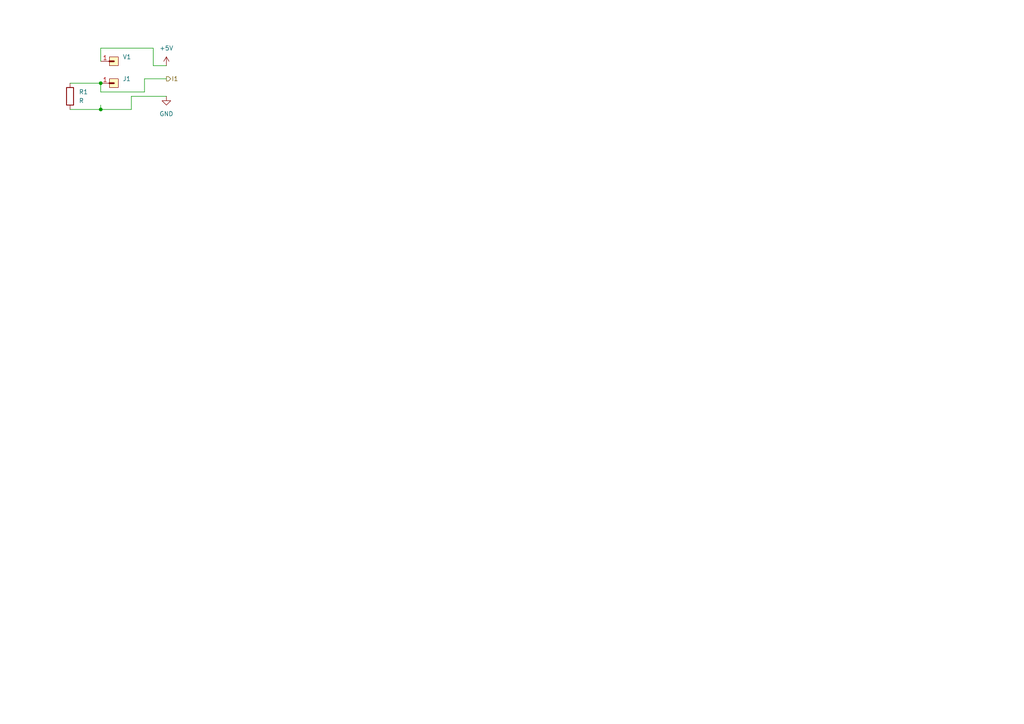
<source format=kicad_sch>
(kicad_sch (version 20231120) (generator "eeschema") (generator_version "8.0")
  (paper "A4")
  (lib_symbols
    (symbol "Device:R" (pin_numbers hide) (pin_names (offset 0))
      (property "Reference" "R" (at 2.032 0 90))
      (property "Value" "R" (at 0 0 90))
      (symbol "R_0_1"
        (rectangle (start -1.016 -2.54) (end 1.016 2.54) (stroke (width 0.254)))
      )
      (symbol "R_1_1"
        (pin passive line (at 0 3.81 270) (length 1.27) (name "~") (number "1"))
        (pin passive line (at 0 -3.81 90) (length 1.27) (name "~") (number "2"))
      )
    )
    (symbol "PCM_SL_Pin_Headers:PINHD_1x1_Male"
      (property "Reference" "J" (at 0 6.35 0))
      (property "Value" "PINHD_1x1_Male" (at 0 3.81 0))
      (symbol "PINHD_1x1_Male_0_1"
        (rectangle (start -1.27 1.27) (end 1.27 -1.27) (fill (type background)))
        (polyline (pts (xy -1.27 0) (xy 0 0)) (stroke (width 0.3)))
        (polyline (pts (xy -1.27 0) (xy 0 0)) (stroke (width 0.5)))
      )
      (symbol "PINHD_1x1_Male_1_1"
        (pin passive line (at -3.81 0 0) (length 2.54) (name "") (number "1"))
      )
    )
    (symbol "power:+5V" (power) (pin_numbers hide) (pin_names (offset 0) hide)
      (property "Value" "+5V" (at 0 3.556 0))
      (symbol "+5V_0_1"
        (polyline (pts (xy -0.762 1.27) (xy 0 2.54)))
        (polyline (pts (xy 0 0) (xy 0 2.54)))
        (polyline (pts (xy 0 2.54) (xy 0.762 1.27)))
      )
      (symbol "+5V_1_1"
        (pin power_in line (at 0 0 90) (length 0) (name "~") (number "1"))
      )
    )
    (symbol "power:GND" (power) (pin_numbers hide) (pin_names (offset 0) hide)
      (property "Value" "GND" (at 0 -3.81 0))
      (symbol "GND_0_1"
        (polyline (pts (xy 0 0) (xy 0 -1.27) (xy 1.27 -1.27) (xy 0 -2.54) (xy -1.27 -1.27) (xy 0 -1.27)))
      )
      (symbol "GND_1_1"
        (pin power_in line (at 0 0 270) (length 0) (name "~") (number "1"))
      )
    )
  )
  (junction (at 29.21 24.13))
  (junction (at 29.21 31.75))
  (wire (pts (xy 29.21 31.75) (xy 38.1 31.75)))
  (wire (pts (xy 29.21 17.78) (xy 29.21 13.97)))
  (wire (pts (xy 38.1 31.75) (xy 38.1 27.94)))
  (wire (pts (xy 20.32 24.13) (xy 29.21 24.13)))
  (wire (pts (xy 38.1 27.94) (xy 48.26 27.94)))
  (wire (pts (xy 41.91 22.86) (xy 41.91 26.67)))
  (wire (pts (xy 29.21 26.67) (xy 29.21 24.13)))
  (wire (pts (xy 29.21 31.75) (xy 29.21 30.48)))
  (wire (pts (xy 29.21 13.97) (xy 44.45 13.97)))
  (wire (pts (xy 48.26 22.86) (xy 41.91 22.86)))
  (wire (pts (xy 44.45 19.05) (xy 48.26 19.05)))
  (wire (pts (xy 41.91 26.67) (xy 29.21 26.67)))
  (wire (pts (xy 20.32 31.75) (xy 29.21 31.75)))
  (wire (pts (xy 44.45 13.97) (xy 44.45 19.05)))
  (hierarchical_label "I1" (shape output) (at 48.26 22.86 0))
  (symbol (lib_id "power:GND") (at 48.26 27.94 0) (unit 1)
    (property "Reference" "#PWR0101" (effects (hide yes)))
    (property "Value" "GND" (at 48.26 33.02 0))
    (property "Description" "Power symbol creates a global label with name \"GND\" , ground" (effects (hide yes)))
    (instances (project "inputshield" (path "" (reference "#PWR0101") (unit 1)) (path "" (reference "#PWR0103") (unit 1)) (path "" (reference "#PWR0105") (unit 1)) (path "" (reference "#PWR0107") (unit 1)) (path "" (reference "#PWR0109") (unit 1)) (path "" (reference "#PWR0111") (unit 1)) (path "" (reference "#PWR0115") (unit 1)) (path "" (reference "#PWR0113") (unit 1)) (path "" (reference "#PWR0117") (unit 1)) (path "" (reference "#PWR0119") (unit 1)) (path "" (reference "#PWR0121") (unit 1)) (path "" (reference "#PWR0123") (unit 1)) (path "" (reference "#PWR0125") (unit 1)) (path "" (reference "#PWR0127") (unit 1)) (path "" (reference "#PWR0131") (unit 1)) (path "" (reference "#PWR0129") (unit 1)) (path "" (reference "#PWR0133") (unit 1)) (path "" (reference "#PWR0135") (unit 1)) (path "" (reference "#PWR0137") (unit 1)) (path "" (reference "#PWR0139") (unit 1)) (path "" (reference "#PWR0141") (unit 1)) (path "" (reference "#PWR0143") (unit 1)) (path "" (reference "#PWR0147") (unit 1)) (path "" (reference "#PWR0145") (unit 1)) (path "" (reference "#PWR0149") (unit 1)) (path "" (reference "#PWR0151") (unit 1)) (path "" (reference "#PWR0153") (unit 1)) (path "" (reference "#PWR0155") (unit 1)) (path "" (reference "#PWR0157") (unit 1)) (path "" (reference "#PWR0159") (unit 1)) (path "" (reference "#PWR0163") (unit 1)) (path "" (reference "#PWR0161") (unit 1)) (path "" (reference "#PWR0165") (unit 1)) (path "" (reference "#PWR0167") (unit 1)) (path "" (reference "#PWR0169") (unit 1)) (path "" (reference "#PWR0171") (unit 1)) (path "" (reference "#PWR0173") (unit 1)) (path "" (reference "#PWR0175") (unit 1)) (path "" (reference "#PWR0179") (unit 1)) (path "" (reference "#PWR0177") (unit 1)) (path "" (reference "#PWR0181") (unit 1)) (path "" (reference "#PWR0183") (unit 1)) (path "" (reference "#PWR0185") (unit 1)) (path "" (reference "#PWR0187") (unit 1)) (path "" (reference "#PWR0189") (unit 1)) (path "" (reference "#PWR0191") (unit 1)) (path "" (reference "#PWR0195") (unit 1)) (path "" (reference "#PWR0193") (unit 1)) (path "" (reference "#PWR0197") (unit 1)) (path "" (reference "#PWR0199") (unit 1)) (path "" (reference "#PWR0201") (unit 1)) (path "" (reference "#PWR0203") (unit 1)) (path "" (reference "#PWR0205") (unit 1)) (path "" (reference "#PWR0207") (unit 1)) (path "" (reference "#PWR0211") (unit 1)) (path "" (reference "#PWR0209") (unit 1)) (path "" (reference "#PWR0213") (unit 1)) (path "" (reference "#PWR0215") (unit 1)) (path "" (reference "#PWR0217") (unit 1)) (path "" (reference "#PWR0219") (unit 1)) (path "" (reference "#PWR0221") (unit 1)) (path "" (reference "#PWR0223") (unit 1)) (path "" (reference "#PWR0227") (unit 1)) (path "" (reference "#PWR0225") (unit 1))))
  )
  (symbol (lib_id "PCM_SL_Pin_Headers:PINHD_1x1_Male") (at 33.02 24.13 0) (unit 1)
    (property "Reference" "J1" (at 35.56 22.8599 0) (effects (justify left)))
    (property "Value" "PINHD_1x1_Male" (effects (hide yes)))
    (property "Footprint" "Connector_PinHeader_2.54mm:PinHeader_1x01_P2.54mm_Vertical" (effects (hide yes)))
    (property "Description" "Pin Header male with pin space 2.54mm. Pin Count -1" (effects (hide yes)))
    (instances (project "inputshield" (path "" (reference "J1") (unit 1)) (path "" (reference "J2") (unit 1)) (path "" (reference "J3") (unit 1)) (path "" (reference "J4") (unit 1)) (path "" (reference "J5") (unit 1)) (path "" (reference "J6") (unit 1)) (path "" (reference "J8") (unit 1)) (path "" (reference "J7") (unit 1)) (path "" (reference "J9") (unit 1)) (path "" (reference "J10") (unit 1)) (path "" (reference "J11") (unit 1)) (path "" (reference "J12") (unit 1)) (path "" (reference "J13") (unit 1)) (path "" (reference "J14") (unit 1)) (path "" (reference "J16") (unit 1)) (path "" (reference "J15") (unit 1)) (path "" (reference "J33") (unit 1)) (path "" (reference "J34") (unit 1)) (path "" (reference "J35") (unit 1)) (path "" (reference "J36") (unit 1)) (path "" (reference "J37") (unit 1)) (path "" (reference "J38") (unit 1)) (path "" (reference "J40") (unit 1)) (path "" (reference "J39") (unit 1)) (path "" (reference "J41") (unit 1)) (path "" (reference "J42") (unit 1)) (path "" (reference "J43") (unit 1)) (path "" (reference "J44") (unit 1)) (path "" (reference "J45") (unit 1)) (path "" (reference "J46") (unit 1)) (path "" (reference "J48") (unit 1)) (path "" (reference "J47") (unit 1)) (path "" (reference "J17") (unit 1)) (path "" (reference "J18") (unit 1)) (path "" (reference "J19") (unit 1)) (path "" (reference "J20") (unit 1)) (path "" (reference "J21") (unit 1)) (path "" (reference "J22") (unit 1)) (path "" (reference "J24") (unit 1)) (path "" (reference "J23") (unit 1)) (path "" (reference "J25") (unit 1)) (path "" (reference "J26") (unit 1)) (path "" (reference "J27") (unit 1)) (path "" (reference "J28") (unit 1)) (path "" (reference "J29") (unit 1)) (path "" (reference "J30") (unit 1)) (path "" (reference "J32") (unit 1)) (path "" (reference "J31") (unit 1)) (path "" (reference "J49") (unit 1)) (path "" (reference "J50") (unit 1)) (path "" (reference "J51") (unit 1)) (path "" (reference "J52") (unit 1)) (path "" (reference "J53") (unit 1)) (path "" (reference "J54") (unit 1)) (path "" (reference "J56") (unit 1)) (path "" (reference "J55") (unit 1)) (path "" (reference "J57") (unit 1)) (path "" (reference "J58") (unit 1)) (path "" (reference "J59") (unit 1)) (path "" (reference "J60") (unit 1)) (path "" (reference "J61") (unit 1)) (path "" (reference "J62") (unit 1)) (path "" (reference "J64") (unit 1)) (path "" (reference "J63") (unit 1))))
  )
  (symbol (lib_id "power:+5V") (at 48.26 19.05 0) (unit 1)
    (property "Reference" "#PWR0102" (effects (hide yes)))
    (property "Value" "+5V" (at 48.26 13.97 0))
    (property "Description" "Power symbol creates a global label with name \"+5V\"" (effects (hide yes)))
    (instances (project "inputshield" (path "" (reference "#PWR0102") (unit 1)) (path "" (reference "#PWR0104") (unit 1)) (path "" (reference "#PWR0106") (unit 1)) (path "" (reference "#PWR0108") (unit 1)) (path "" (reference "#PWR0110") (unit 1)) (path "" (reference "#PWR0112") (unit 1)) (path "" (reference "#PWR0116") (unit 1)) (path "" (reference "#PWR0114") (unit 1)) (path "" (reference "#PWR0118") (unit 1)) (path "" (reference "#PWR0120") (unit 1)) (path "" (reference "#PWR0122") (unit 1)) (path "" (reference "#PWR0124") (unit 1)) (path "" (reference "#PWR0126") (unit 1)) (path "" (reference "#PWR0128") (unit 1)) (path "" (reference "#PWR0132") (unit 1)) (path "" (reference "#PWR0130") (unit 1)) (path "" (reference "#PWR0134") (unit 1)) (path "" (reference "#PWR0136") (unit 1)) (path "" (reference "#PWR0138") (unit 1)) (path "" (reference "#PWR0140") (unit 1)) (path "" (reference "#PWR0142") (unit 1)) (path "" (reference "#PWR0144") (unit 1)) (path "" (reference "#PWR0148") (unit 1)) (path "" (reference "#PWR0146") (unit 1)) (path "" (reference "#PWR0150") (unit 1)) (path "" (reference "#PWR0152") (unit 1)) (path "" (reference "#PWR0154") (unit 1)) (path "" (reference "#PWR0156") (unit 1)) (path "" (reference "#PWR0158") (unit 1)) (path "" (reference "#PWR0160") (unit 1)) (path "" (reference "#PWR0164") (unit 1)) (path "" (reference "#PWR0162") (unit 1)) (path "" (reference "#PWR0166") (unit 1)) (path "" (reference "#PWR0168") (unit 1)) (path "" (reference "#PWR0170") (unit 1)) (path "" (reference "#PWR0172") (unit 1)) (path "" (reference "#PWR0174") (unit 1)) (path "" (reference "#PWR0176") (unit 1)) (path "" (reference "#PWR0180") (unit 1)) (path "" (reference "#PWR0178") (unit 1)) (path "" (reference "#PWR0182") (unit 1)) (path "" (reference "#PWR0184") (unit 1)) (path "" (reference "#PWR0186") (unit 1)) (path "" (reference "#PWR0188") (unit 1)) (path "" (reference "#PWR0190") (unit 1)) (path "" (reference "#PWR0192") (unit 1)) (path "" (reference "#PWR0196") (unit 1)) (path "" (reference "#PWR0194") (unit 1)) (path "" (reference "#PWR0198") (unit 1)) (path "" (reference "#PWR0200") (unit 1)) (path "" (reference "#PWR0202") (unit 1)) (path "" (reference "#PWR0204") (unit 1)) (path "" (reference "#PWR0206") (unit 1)) (path "" (reference "#PWR0208") (unit 1)) (path "" (reference "#PWR0212") (unit 1)) (path "" (reference "#PWR0210") (unit 1)) (path "" (reference "#PWR0214") (unit 1)) (path "" (reference "#PWR0216") (unit 1)) (path "" (reference "#PWR0218") (unit 1)) (path "" (reference "#PWR0220") (unit 1)) (path "" (reference "#PWR0222") (unit 1)) (path "" (reference "#PWR0224") (unit 1)) (path "" (reference "#PWR0228") (unit 1)) (path "" (reference "#PWR0226") (unit 1))))
  )
  (symbol (lib_id "PCM_SL_Pin_Headers:PINHD_1x1_Male") (at 33.02 17.78 0) (unit 1)
    (property "Reference" "V1" (at 35.56 16.5099 0) (effects (justify left)))
    (property "Value" "PINHD_1x1_Male" (effects (hide yes)))
    (property "Footprint" "Connector_PinHeader_2.54mm:PinHeader_1x01_P2.54mm_Vertical" (effects (hide yes)))
    (property "Description" "Pin Header male with pin space 2.54mm. Pin Count -1" (effects (hide yes)))
    (instances (project "inputshield" (path "" (reference "V1") (unit 1)) (path "" (reference "V2") (unit 1)) (path "" (reference "V3") (unit 1)) (path "" (reference "V4") (unit 1)) (path "" (reference "V5") (unit 1)) (path "" (reference "V6") (unit 1)) (path "" (reference "V8") (unit 1)) (path "" (reference "V7") (unit 1)) (path "" (reference "V9") (unit 1)) (path "" (reference "V10") (unit 1)) (path "" (reference "V11") (unit 1)) (path "" (reference "V12") (unit 1)) (path "" (reference "V13") (unit 1)) (path "" (reference "V14") (unit 1)) (path "" (reference "V16") (unit 1)) (path "" (reference "V15") (unit 1)) (path "" (reference "V33") (unit 1)) (path "" (reference "V34") (unit 1)) (path "" (reference "V35") (unit 1)) (path "" (reference "V36") (unit 1)) (path "" (reference "V37") (unit 1)) (path "" (reference "V38") (unit 1)) (path "" (reference "V40") (unit 1)) (path "" (reference "V39") (unit 1)) (path "" (reference "V41") (unit 1)) (path "" (reference "V42") (unit 1)) (path "" (reference "V43") (unit 1)) (path "" (reference "V44") (unit 1)) (path "" (reference "V45") (unit 1)) (path "" (reference "V46") (unit 1)) (path "" (reference "V48") (unit 1)) (path "" (reference "V47") (unit 1)) (path "" (reference "V17") (unit 1)) (path "" (reference "V18") (unit 1)) (path "" (reference "V19") (unit 1)) (path "" (reference "V20") (unit 1)) (path "" (reference "V21") (unit 1)) (path "" (reference "V22") (unit 1)) (path "" (reference "V24") (unit 1)) (path "" (reference "V23") (unit 1)) (path "" (reference "V25") (unit 1)) (path "" (reference "V26") (unit 1)) (path "" (reference "V27") (unit 1)) (path "" (reference "V28") (unit 1)) (path "" (reference "V29") (unit 1)) (path "" (reference "V30") (unit 1)) (path "" (reference "V32") (unit 1)) (path "" (reference "V31") (unit 1)) (path "" (reference "V49") (unit 1)) (path "" (reference "V50") (unit 1)) (path "" (reference "V51") (unit 1)) (path "" (reference "V52") (unit 1)) (path "" (reference "V53") (unit 1)) (path "" (reference "V54") (unit 1)) (path "" (reference "V56") (unit 1)) (path "" (reference "V55") (unit 1)) (path "" (reference "V57") (unit 1)) (path "" (reference "V58") (unit 1)) (path "" (reference "V59") (unit 1)) (path "" (reference "V60") (unit 1)) (path "" (reference "V61") (unit 1)) (path "" (reference "V62") (unit 1)) (path "" (reference "V64") (unit 1)) (path "" (reference "V63") (unit 1))))
  )
  (symbol (lib_id "Device:R") (at 20.32 27.94 0) (unit 1)
    (property "Reference" "R1" (at 22.86 26.6699 0) (effects (justify left)))
    (property "Value" "R" (at 22.86 29.2099 0) (effects (justify left)))
    (property "Footprint" "Resistor_SMD:R_2816_7142Metric_Pad3.20x4.45mm_HandSolder" (effects (hide yes)))
    (property "Description" "Resistor" (effects (hide yes)))
    (instances (project "inputshield" (path "" (reference "R1") (unit 1)) (path "" (reference "R2") (unit 1)) (path "" (reference "R3") (unit 1)) (path "" (reference "R4") (unit 1)) (path "" (reference "R5") (unit 1)) (path "" (reference "R6") (unit 1)) (path "" (reference "R8") (unit 1)) (path "" (reference "R7") (unit 1)) (path "" (reference "R9") (unit 1)) (path "" (reference "R10") (unit 1)) (path "" (reference "R11") (unit 1)) (path "" (reference "R12") (unit 1)) (path "" (reference "R13") (unit 1)) (path "" (reference "R14") (unit 1)) (path "" (reference "R16") (unit 1)) (path "" (reference "R15") (unit 1)) (path "" (reference "R33") (unit 1)) (path "" (reference "R34") (unit 1)) (path "" (reference "R35") (unit 1)) (path "" (reference "R36") (unit 1)) (path "" (reference "R37") (unit 1)) (path "" (reference "R38") (unit 1)) (path "" (reference "R40") (unit 1)) (path "" (reference "R39") (unit 1)) (path "" (reference "R41") (unit 1)) (path "" (reference "R42") (unit 1)) (path "" (reference "R43") (unit 1)) (path "" (reference "R44") (unit 1)) (path "" (reference "R45") (unit 1)) (path "" (reference "R46") (unit 1)) (path "" (reference "R48") (unit 1)) (path "" (reference "R47") (unit 1)) (path "" (reference "R17") (unit 1)) (path "" (reference "R18") (unit 1)) (path "" (reference "R19") (unit 1)) (path "" (reference "R20") (unit 1)) (path "" (reference "R21") (unit 1)) (path "" (reference "R22") (unit 1)) (path "" (reference "R24") (unit 1)) (path "" (reference "R23") (unit 1)) (path "" (reference "R25") (unit 1)) (path "" (reference "R26") (unit 1)) (path "" (reference "R27") (unit 1)) (path "" (reference "R28") (unit 1)) (path "" (reference "R29") (unit 1)) (path "" (reference "R30") (unit 1)) (path "" (reference "R32") (unit 1)) (path "" (reference "R31") (unit 1)) (path "" (reference "R49") (unit 1)) (path "" (reference "R50") (unit 1)) (path "" (reference "R51") (unit 1)) (path "" (reference "R52") (unit 1)) (path "" (reference "R53") (unit 1)) (path "" (reference "R54") (unit 1)) (path "" (reference "R56") (unit 1)) (path "" (reference "R55") (unit 1)) (path "" (reference "R57") (unit 1)) (path "" (reference "R58") (unit 1)) (path "" (reference "R59") (unit 1)) (path "" (reference "R60") (unit 1)) (path "" (reference "R61") (unit 1)) (path "" (reference "R62") (unit 1)) (path "" (reference "R64") (unit 1)) (path "" (reference "R63") (unit 1))))
  )
)
</source>
